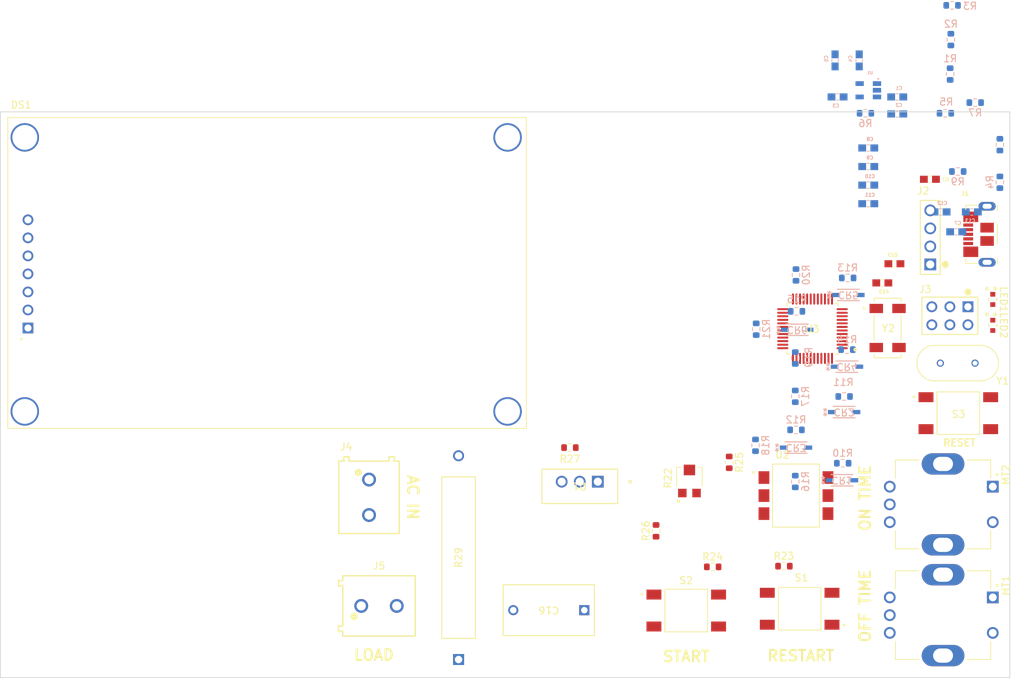
<source format=kicad_pcb>
(kicad_pcb (version 20221018) (generator pcbnew)
  (layers (0 "F.Cu" signal) (31 "B.Cu" signal) (34 "B.Paste" user) (35 "F.Paste" user) (36 "B.SilkS" user "B.Silkscreen") (37 "F.SilkS" user "F.Silkscreen") (38 "B.Mask" user) (39 "F.Mask" user) (44 "Edge.Cuts" user))
  (net 0 "")
  (net 1 "Net-(C1-Pad1)")
  (net 2 "Net-(J1-D+)")
  (net 3 "Net-(J1-D-)")
  (net 4 "PA12")
  (net 5 "PA11")
  (net 6 "Net-(U1-BP)")
  (net 7 "SWDIO")
  (net 9 "Net-(C10-Pad1)")
  (net 10 "Net-(C12-Pad1)")
  (net 11 "OSCIN")
  (net 16 "Net-(U1-GND)")
  (net 27 "Net-(C6-Pad2)")
  (net 28 "SWDCLK")
  (net 29 "Net-(J1-G)")
  (net 30 "+5V")
  (net 31 "Net-(J1-SHIELD-PadSH1)")
  (net 32 "PA5")
  (net 34 "Net-(CR1-Pad2)")
  (net 36 "OSCOUT")
  (net 38 "Net-(C14-Pad1)")
  (net 39 "PA6")
  (net 42 "Net-(CR2-Pad2)")
  (net 43 "RESET")
  (net 44 "Net-(C7-Pad2)")
  (net 45 "PA7")
  (net 46 "Net-(J3-Pad1)")
  (net 47 "Net-(J3-Pad3)")
  (net 48 "Net-(J3-Pad4)")
  (net 49 "Net-(CR3-Pad2)")
  (net 50 "Net-(LED1-Pad1)")
  (net 51 "PA2")
  (net 52 "Net-(LED2-Pad1)")
  (net 53 "BOOT0")
  (net 54 "BOOT1")
  (net 55 "PC13")
  (net 56 "Net-(R8-Pad1)")
  (net 57 "PC14")
  (net 58 "PC15")
  (net 61 "Net-(CR4-Pad2)")
  (net 62 "PA0")
  (net 63 "Net-(CR5-Pad2)")
  (net 64 "PA1")
  (net 65 "Net-(CR6-Pad2)")
  (net 66 "Net-(MT1-Pad1)")
  (net 67 "Net-(MT2-Pad1)")
  (net 68 "Net-(DS1-VO)")
  (net 69 "Net-(DS1-R{slash}~{W})")
  (net 70 "Net-(R23-Pad1)")
  (net 71 "Net-(R23-Pad2)")
  (net 72 "Net-(R24-Pad1)")
  (net 73 "Net-(R24-Pad2)")
  (net 74 "PA3")
  (net 75 "Net-(Q1-A2)")
  (net 76 "Net-(C16-Pad2)")
  (net 77 "Net-(J4-Pad2)")
  (net 78 "Net-(Q1-A1)")
  (net 79 "Net-(Q1-G)")
  (net 80 "PB7")
  (net 81 "Net-(R25-Pad2)")
  (net 82 "Net-(R26-Pad1)")
  (net 83 "Net-(U2-Pad2)")
  (footprint "150060GS75000:LED_150060GS75000_WRE" (layer "F.Cu") (at 256.5 64.2239 -90)
    (fp_text reference "LED1" (at 0 -1.524 -90 unlocked) (layer "F.SilkS"))
    (fp_text value "150060GS75000")
    (fp_text user "*" (at -1.524 0 -90 unlocked) (layer "F.SilkS"))
    (fp_text user "*" (at -1.524 0.508 -90) (layer "F.SilkS"))
    (pad "1" smd rect (at -0.7239 0 270) (size 0.6604 0.7112) (layers "F.Cu" "F.Paste" "F.Mask") (net 50 "Net-(LED1-Pad1)"))
    (pad "2" smd rect (at 0.7239 0 270) (size 0.6604 0.7112) (layers "F.Cu" "F.Paste" "F.Mask") (net 74 "PA3"))
  )
  (footprint "BTA10_600BRG:TO-220AB_STM" (layer "F.Cu") (at 200.9 89.9 180)
    (fp_text reference "Q1" (at 2.54 -0.65 180 unlocked) (layer "F.SilkS"))
    (fp_text value "BTA10-600BRG" hide)
    (pad "1" thru_hole rect (at 0 0 180) (size 1.651 1.651) (drill 1.143) (layers "*.Cu" "*.Mask") (net 78 "Net-(Q1-A1)"))
    (pad "2" thru_hole circle (at 2.54 -0.000001 180) (size 1.651 1.651) (drill 1.143) (layers "*.Cu" "*.Mask") (net 75 "Net-(Q1-A2)"))
    (pad "3" thru_hole circle (at 5.08 -0.000001 180) (size 1.651 1.651) (drill 1.143) (layers "*.Cu" "*.Mask") (net 79 "Net-(Q1-G)"))
  )
  (footprint "AOM12864A0-1.54WW-ANO:LCD_AOM12864A0-1.54WW-ANO" (layer "F.Cu") (at 117.842 82.4)
    (fp_text reference "DS1" (at 1.8796 -45.5676) (layer "F.SilkS"))
    (fp_text value "AOM12864A0-1.54WW-ANO")
    (pad "1" thru_hole rect (at 2.8448 -14.1478 90) (size 1.508 1.508) (drill 1) (layers "*.Cu" "*.Mask"))
    (pad "2" thru_hole circle (at 2.8448 -16.6878 90) (size 1.508 1.508) (drill 1) (layers "*.Cu" "*.Mask"))
    (pad "3" thru_hole circle (at 2.8448 -19.2278 90) (size 1.508 1.508) (drill 1) (layers "*.Cu" "*.Mask"))
    (pad "4" thru_hole circle (at 2.8448 -21.7678 90) (size 1.508 1.508) (drill 1) (layers "*.Cu" "*.Mask"))
    (pad "5" thru_hole circle (at 2.8448 -24.3078 90) (size 1.508 1.508) (drill 1) (layers "*.Cu" "*.Mask"))
    (pad "6" thru_hole circle (at 2.8448 -26.8478 90) (size 1.508 1.508) (drill 1) (layers "*.Cu" "*.Mask"))
    (pad "7" thru_hole circle (at 2.8448 -29.3878 90) (size 1.508 1.508) (drill 1) (layers "*.Cu" "*.Mask"))
    (pad "P1" thru_hole circle (at 2.4 -41) (size 4 4) (drill 3.5) (layers "*.Cu" "*.Mask"))
    (pad "P2" thru_hole circle (at 70.358 -41) (size 4 4) (drill 3.5) (layers "*.Cu" "*.Mask"))
    (pad "P3" thru_hole circle (at 2.4 -2.4) (size 4 4) (drill 3.5) (layers "*.Cu" "*.Mask"))
    (pad "P4" thru_hole circle (at 70.358 -2.4) (size 4 4) (drill 3.5) (layers "*.Cu" "*.Mask"))
  )
  (footprint "ABS25-32.768KHZ-6-4-T:XTAL_ABS25-32.768KHZ-6-4-T" (layer "F.Cu") (at 241.7 68.25)
    (fp_text reference "Y2" (at 0.1 0.05) (layer "F.SilkS"))
    (fp_text value "ABS25-32.768KHZ-6-4-T" hide)
    (pad "1" smd rect (at -1.6 -2.75) (size 1.9 1.3) (layers "F.Cu" "F.Paste" "F.Mask") (net 57 "PC14"))
    (pad "2" smd rect (at -1.6 2.75) (size 1.9 1.3) (layers "F.Cu" "F.Paste" "F.Mask"))
    (pad "3" smd rect (at 1.6 2.75) (size 1.9 1.3) (layers "F.Cu" "F.Paste" "F.Mask"))
    (pad "4" smd rect (at 1.6 -2.75) (size 1.9 1.3) (layers "F.Cu" "F.Paste" "F.Mask") (net 58 "PC15"))
  )
  (footprint "Resistor_SMD:R_0603_1608Metric" (layer "F.Cu") (at 217.075 101.9)
    (fp_text reference "R24" (at 0 -1.43) (layer "F.SilkS"))
    (fp_text value "220" hide)
    (pad "1" smd roundrect (at -0.825 0) (size 0.8 0.95) (layers "F.Cu" "F.Paste" "F.Mask") (net 72 "Net-(R24-Pad1)"))
    (pad "2" smd roundrect (at 0.825 0) (size 0.8 0.95) (layers "F.Cu" "F.Paste" "F.Mask") (net 73 "Net-(R24-Pad2)"))
  )
  (footprint "TC33X_2_102E:TRIM_TC33X-2-102E" (layer "F.Cu") (at 213.8 89.7 90)
    (fp_text reference "R22" (at 0.294315 -3.008465 90) (layer "F.SilkS") (effects (font (size 1.000165 1.000165))))
    (fp_text value "TC33X-2-102E" hide)
    (pad "1" smd rect (at -1.8 -1 90) (size 1.2 1.2) (layers "F.Cu" "F.Paste" "F.Mask") (net 30 "+5V"))
    (pad "2" smd rect (at 1.45 0) (size 1.6 1.5) (layers "F.Cu" "F.Paste" "F.Mask") (net 68 "Net-(DS1-VO)"))
    (pad "3" smd rect (at -1.8 1 90) (size 1.2 1.2) (layers "F.Cu" "F.Paste" "F.Mask") (net 69 "Net-(DS1-R{slash}~{W})"))
  )
  (footprint "Resistor_SMD:R_0603_1608Metric" (layer "F.Cu") (at 227.1 101.8)
    (fp_text reference "R23" (at 0 -1.43) (layer "F.SilkS"))
    (fp_text value "220" hide)
    (pad "1" smd roundrect (at -0.825 0) (size 0.8 0.95) (layers "F.Cu" "F.Paste" "F.Mask") (net 70 "Net-(R23-Pad1)"))
    (pad "2" smd roundrect (at 0.825 0) (size 0.8 0.95) (layers "F.Cu" "F.Paste" "F.Mask") (net 71 "Net-(R23-Pad2)"))
  )
  (footprint "LD03ZD475MAB2A:CAPC1608X90" (layer "F.Cu") (at 242.65 59.2)
    (fp_text reference "C15" (at -0.235808 -1.239253) (layer "F.SilkS") (effects (font (size 0.474067 0.474067))))
    (fp_text value "20p" hide)
    (pad "1" smd rect (at -0.85 0) (size 1.1 1) (layers "F.Cu" "F.Paste" "F.Mask") (net 38 "Net-(C14-Pad1)"))
    (pad "2" smd rect (at 0.85 0) (size 1.1 1) (layers "F.Cu" "F.Paste" "F.Mask") (net 58 "PC15"))
  )
  (footprint "PEC11R-4215F-S0024:XDCR_PEC11R-4215F-S0024" (layer "F.Cu") (at 249.5 93.1 -90)
    (fp_text reference "MT2" (at -4.175 -8.835 90) (layer "F.SilkS"))
    (fp_text value "PEC11R-4215F-S0024" hide)
    (pad "1" thru_hole rect (at -2.5 -7 270) (size 1.65 1.65) (drill 1.1) (layers "*.Cu" "*.Mask") (net 67 "Net-(MT2-Pad1)"))
    (pad "2" thru_hole circle (at 2.5 -7 270) (size 1.65 1.65) (drill 1.1) (layers "*.Cu" "*.Mask") (net 61 "Net-(CR4-Pad2)"))
    (pad "A" thru_hole circle (at -2.5 7.5 270) (size 1.65 1.65) (drill 1.1) (layers "*.Cu" "*.Mask") (net 63 "Net-(CR5-Pad2)"))
    (pad "B" thru_hole circle (at 2.5 7.5 270) (size 1.65 1.65) (drill 1.1) (layers "*.Cu" "*.Mask") (net 65 "Net-(CR6-Pad2)"))
    (pad "COM" thru_hole circle (at 0 7.5 270) (size 1.65 1.65) (drill 1.1) (layers "*.Cu" "*.Mask") (net 67 "Net-(MT2-Pad1)"))
    (pad "S1" thru_hole oval (at -5.7 0 270) (size 3 6) (drill oval 2 2.8) (layers "*.Cu" "*.Mask") (net 67 "Net-(MT2-Pad1)"))
    (pad "S2" thru_hole oval (at 5.7 0 270) (size 3 6) (drill oval 2 2.8) (layers "*.Cu" "*.Mask") (net 67 "Net-(MT2-Pad1)"))
  )
  (footprint "Resistor_SMD:R_0603_1608Metric" (layer "F.Cu") (at 219.4 87.175 -90)
    (fp_text reference "R25" (at 0 -1.43 90) (layer "F.SilkS"))
    (fp_text value "1K" hide)
    (pad "1" smd roundrect (at -0.825 0 270) (size 0.8 0.95) (layers "F.Cu" "F.Paste" "F.Mask") (net 80 "PB7"))
    (pad "2" smd roundrect (at 0.825 0 270) (size 0.8 0.95) (layers "F.Cu" "F.Paste" "F.Mask") (net 81 "Net-(R25-Pad2)"))
  )
  (footprint "691213710002:691213710002" (layer "F.Cu") (at 168.7 92.1 -90)
    (fp_text reference "J4" (at -7.1 3.2 -180) (layer "F.SilkS"))
    (fp_text value "691213710002" hide)
    (pad "1" thru_hole circle (at -2.5 0 270) (size 1.95 1.95) (drill 1.3) (layers "*.Cu" "*.Mask") (net 78 "Net-(Q1-A1)"))
    (pad "2" thru_hole circle (at 2.5 0 270) (size 1.95 1.95) (drill 1.3) (layers "*.Cu" "*.Mask") (net 77 "Net-(J4-Pad2)"))
  )
  (footprint "691213710002:691213710002" (layer "F.Cu") (at 170.1 107.4)
    (fp_text reference "J5" (at 0 -5.635) (layer "F.SilkS"))
    (fp_text value "691213710002" hide)
    (pad "1" thru_hole circle (at -2.5 0) (size 1.95 1.95) (drill 1.3) (layers "*.Cu" "*.Mask") (net 77 "Net-(J4-Pad2)"))
    (pad "2" thru_hole circle (at 2.5 0) (size 1.95 1.95) (drill 1.3) (layers "*.Cu" "*.Mask") (net 75 "Net-(Q1-A2)"))
  )
  (footprint "STM32F103C8T6:QFP50P900X900X160-48N" (layer "F.Cu") (at 231.12 68.35 180)
    (fp_text reference "U3" (at 0.02 -0.05) (layer "F.SilkS"))
    (fp_text value "STM32F103C8T6" hide)
    (pad "1" smd roundrect (at -4.18 -2.75 270) (size 0.28 1.56) (layers "F.Cu" "F.Paste" "F.Mask") (roundrect_rratio 0.39))
    (pad "2" smd roundrect (at -4.18 -2.25 270) (size 0.28 1.56) (layers "F.Cu" "F.Paste" "F.Mask") (roundrect_rratio 0.39) (net 55 "PC13"))
    (pad "3" smd roundrect (at -4.18 -1.75 270) (size 0.28 1.56) (layers "F.Cu" "F.Paste" "F.Mask") (roundrect_rratio 0.39) (net 57 "PC14"))
    (pad "4" smd roundrect (at -4.18 -1.25 270) (size 0.28 1.56) (layers "F.Cu" "F.Paste" "F.Mask") (roundrect_rratio 0.39) (net 58 "PC15"))
    (pad "5" smd roundrect (at -4.18 -0.75 270) (size 0.28 1.56) (layers "F.Cu" "F.Paste" "F.Mask") (roundrect_rratio 0.39) (net 11 "OSCIN"))
    (pad "6" smd roundrect (at -4.18 -0.25 270) (size 0.28 1.56) (layers "F.Cu" "F.Paste" "F.Mask") (roundrect_rratio 0.39) (net 36 "OSCOUT"))
    (pad "7" smd roundrect (at -4.18 0.25 270) (size 0.28 1.56) (layers "F.Cu" "F.Paste" "F.Mask") (roundrect_rratio 0.39) (net 43 "RESET"))
    (pad "8" smd roundrect (at -4.18 0.75 270) (size 0.28 1.56) (layers "F.Cu" "F.Paste" "F.Mask") (roundrect_rratio 0.39))
    (pad "9" smd roundrect (at -4.18 1.25 270) (size 0.28 1.56) (layers "F.Cu" "F.Paste" "F.Mask") (roundrect_rratio 0.39))
    (pad "10" smd roundrect (at -4.18 1.75 270) (size 0.28 1.56) (layers "F.Cu" "F.Paste" "F.Mask") (roundrect_rratio 0.39) (net 62 "PA0"))
    (pad "11" smd roundrect (at -4.18 2.25 270) (size 0.28 1.56) (layers "F.Cu" "F.Paste" "F.Mask") (roundrect_rratio 0.39) (net 64 "PA1"))
    (pad "12" smd roundrect (at -4.18 2.75 270) (size 0.28 1.56) (layers "F.Cu" "F.Paste" "F.Mask") (roundrect_rratio 0.39) (net 51 "PA2"))
    (pad "13" smd roundrect (at -2.75 4.18 180) (size 0.28 1.56) (layers "F.Cu" "F.Paste" "F.Mask") (roundrect_rratio 0.39) (net 74 "PA3"))
    (pad "14" smd roundrect (at -2.25 4.18 180) (size 0.28 1.56) (layers "F.Cu" "F.Paste" "F.Mask") (roundrect_rratio 0.39) (net 74 "PA3"))
    (pad "15" smd roundrect (at -1.75 4.18 180) (size 0.28 1.56) (layers "F.Cu" "F.Paste" "F.Mask") (roundrect_rratio 0.39) (net 32 "PA5"))
    (pad "16" smd roundrect (at -1.25 4.18 180) (size 0.28 1.56) (layers "F.Cu" "F.Paste" "F.Mask") (roundrect_rratio 0.39) (net 39 "PA6"))
    (pad "17" smd roundrect (at -0.75 4.18 180) (size 0.28 1.56) (layers "F.Cu" "F.Paste" "F.Mask") (roundrect_rratio 0.39) (net 45 "PA7"))
    (pad "18" smd roundrect (at -0.25 4.18 180) (size 0.28 1.56) (layers "F.Cu" "F.Paste" "F.Mask") (roundrect_rratio 0.39))
    (pad "19" smd roundrect (at 0.25 4.18 180) (size 0.28 1.56) (layers "F.Cu" "F.Paste" "F.Mask") (roundrect_rratio 0.39))
    (pad "20" smd roundrect (at 0.75 4.18 180) (size 0.28 1.56) (layers "F.Cu" "F.Paste" "F.Mask") (roundrect_rratio 0.39) (net 54 "BOOT1"))
    (pad "21" smd roundrect (at 1.25 4.18 180) (size 0.28 1.56) (layers "F.Cu" "F.Paste" "F.Mask") (roundrect_rratio 0.39))
    (pad "22" smd roundrect (at 1.75 4.18 180) (size 0.28 1.56) (layers "F.Cu" "F.Paste" "F.Mask") (roundrect_rratio 0.39))
    (pad "23" smd roundrect (at 2.25 4.18 180) (size 0.28 1.56) (layers "F.Cu" "F.Paste" "F.Mask") (roundrect_rratio 0.39))
    (pad "24" smd roundrect (at 2.75 4.18 180) (size 0.28 1.56) (layers "F.Cu" "F.Paste" "F.Mask") (roundrect_rratio 0.39) (net 74 "PA3"))
    (pad "25" smd roundrect (at 4.18 2.75 270) (size 0.28 1.56) (layers "F.Cu" "F.Paste" "F.Mask") (roundrect_rratio 0.39))
    (pad "26" smd roundrect (at 4.18 2.25 270) (size 0.28 1.56) (layers "F.Cu" "F.Paste" "F.Mask") (roundrect_rratio 0.39))
    (pad "27" smd roundrect (at 4.18 1.75 270) (size 0.28 1.56) (layers "F.Cu" "F.Paste" "F.Mask") (roundrect_rratio 0.39))
    (pad "28" smd roundrect (at 4.18 1.25 270) (size 0.28 1.56) (layers "F.Cu" "F.Paste" "F.Mask") (roundrect_rratio 0.39))
    (pad "29" smd roundrect (at 4.18 0.75 270) (size 0.28 1.56) (layers "F.Cu" "F.Paste" "F.Mask") (roundrect_rratio 0.39))
    (pad "30" smd roundrect (at 4.18 0.25 270) (size 0.28 1.56) (layers "F.Cu" "F.Paste" "F.Mask") (roundrect_rratio 0.39))
    (pad "31" smd roundrect (at 4.18 -0.25 270) (size 0.28 1.56) (layers "F.Cu" "F.Paste" "F.Mask") (roundrect_rratio 0.39))
    (pad "32" smd roundrect (at 4.18 -0.75 270) (size 0.28 1.56) (layers "F.Cu" "F.Paste" "F.Mask") (roundrect_rratio 0.39) (net 5 "PA11"))
    (pad "33" smd roundrect (at 4.18 -1.25 270) (size 0.28 1.56) (layers "F.Cu" "F.Paste" "F.Mask") (roundrect_rratio 0.39) (net 4 "PA12"))
    (pad "34" smd roundrect (at 4.18 -1.75 270) (size 0.28 1.56) (layers "F.Cu" "F.Paste" "F.Mask") (roundrect_rratio 0.39) (net 7 "SWDIO"))
    (pad "35" smd roundrect (at 4.18 -2.25 270) (size 0.28 1.56) (layers "F.Cu" "F.Paste" "F.Mask") (roundrect_rratio 0.39))
    (pad "36" smd roundrect (at 4.18 -2.75 270) (size 0.28 1.56) (layers "F.Cu" "F.Paste" "F.Mask") (roundrect_rratio 0.39) (net 74 "PA3"))
    (pad "37" smd roundrect (at 2.75 -4.18 180) (size 0.28 1.56) (layers "F.Cu" "F.Paste" "F.Mask") (roundrect_rratio 0.39) (net 28 "SWDCLK"))
    (pad "38" smd roundrect (at 2.25 -4.18 180) (size 0.28 1.56) (layers "F.Cu" "F.Paste" "F.Mask") (roundrect_rratio 0.39))
    (pad "39" smd roundrect (at 1.75 -4.18 180) (size 0.28 1.56) (layers "F.Cu" "F.Paste" "F.Mask") (roundrect_rratio 0.39))
    (pad "40" smd roundrect (at 1.25 -4.18 180) (size 0.28 1.56) (layers "F.Cu" "F.Paste" "F.Mask") (roundrect_rratio 0.39))
    (pad "41" smd roundrect (at 0.75 -4.18 180) (size 0.28 1.56) (layers "F.Cu" "F.Paste" "F.Mask") (roundrect_rratio 0.39))
    (pad "42" smd roundrect (at 0.25 -4.18 180) (size 0.28 1.56) (layers "F.Cu" "F.Paste" "F.Mask") (roundrect_rratio 0.39))
    (pad "43" smd roundrect (at -0.25 -4.18 180) (size 0.28 1.56) (layers "F.Cu" "F.Paste" "F.Mask") (roundrect_rratio 0.39) (net 80 "PB7"))
    (pad "44" smd roundrect (at -0.75 -4.18 180) (size 0.28 1.56) (layers "F.Cu" "F.Paste" "F.Mask") (roundrect_rratio 0.39) (net 53 "BOOT0"))
    (pad "45" smd roundrect (at -1.25 -4.18 180) (size 0.28 1.56) (layers "F.Cu" "F.Paste" "F.Mask") (roundrect_rratio 0.39))
    (pad "46" smd roundrect (at -1.75 -4.18 180) (size 0.28 1.56) (layers "F.Cu" "F.Paste" "F.Mask") (roundrect_rratio 0.39))
    (pad "47" smd roundrect (at -2.25 -4.18 180) (size 0.28 1.56) (layers "F.Cu" "F.Paste" "F.Mask") (roundrect_rratio 0.39))
    (pad "48" smd roundrect (at -2.75 -4.18 180) (size 0.28 1.56) (layers "F.Cu" "F.Paste" "F.Mask") (roundrect_rratio 0.39) (net 74 "PA3"))
  )
  (footprint "ECW_FD2J273KQ:CAP_ECWFD_FORMINGQ_12.6LX06.9TX09.9H_PAN" (layer "F.Cu") (at 199 108 180)
    (fp_text reference "C16" (at 5 0 180 unlocked) (layer "F.SilkS"))
    (fp_text value "ECW-FD2J273KQ")
    (pad "1" thru_hole rect (at 0 0 180) (size 1.4224 1.4224) (drill 0.9144) (layers "*.Cu" "*.Mask") (net 75 "Net-(Q1-A2)"))
    (pad "2" thru_hole circle (at 10 0 180) (size 1.4224 1.4224) (drill 0.9144) (layers "*.Cu" "*.Mask") (net 76 "Net-(C16-Pad2)"))
  )
  (footprint "PEC11R-4215F-S0024:XDCR_PEC11R-4215F-S0024" (layer "F.Cu") (at 249.5 108.7 -90)
    (fp_text reference "MT1" (at -4.175 -8.835 90) (layer "F.SilkS"))
    (fp_text value "PEC11R-4215F-S0024" hide)
    (pad "1" thru_hole rect (at -2.5 -7 270) (size 1.65 1.65) (drill 1.1) (layers "*.Cu" "*.Mask") (net 66 "Net-(MT1-Pad1)"))
    (pad "2" thru_hole circle (at 2.5 -7 270) (size 1.65 1.65) (drill 1.1) (layers "*.Cu" "*.Mask") (net 34 "Net-(CR1-Pad2)"))
    (pad "A" thru_hole circle (at -2.5 7.5 270) (size 1.65 1.65) (drill 1.1) (layers "*.Cu" "*.Mask") (net 42 "Net-(CR2-Pad2)"))
    (pad "B" thru_hole circle (at 2.5 7.5 270) (size 1.65 1.65) (drill 1.1) (layers "*.Cu" "*.Mask") (net 49 "Net-(CR3-Pad2)"))
    (pad "COM" thru_hole circle (at 0 7.5 270) (size 1.65 1.65) (drill 1.1) (layers "*.Cu" "*.Mask") (net 66 "Net-(MT1-Pad1)"))
    (pad "S1" thru_hole oval (at -5.7 0 270) (size 3 6) (drill oval 2 2.8) (layers "*.Cu" "*.Mask") (net 66 "Net-(MT1-Pad1)"))
    (pad "S2" thru_hole oval (at 5.7 0 270) (size 3 6) (drill oval 2 2.8) (layers "*.Cu" "*.Mask") (net 66 "Net-(MT1-Pad1)"))
  )
  (footprint "MOC3041SM:OPTO_MOC3041SM" (layer "F.Cu") (at 228.795 91.86)
    (fp_text reference "U2" (at -1.90658 -5.71976) (layer "F.SilkS") (effects (font (size 1.000835 1.000835))))
    (fp_text value "MOC3041SM" hide)
    (pad "1" smd rect (at -4.505 -2.54 90) (size 1.78 1.52) (layers "F.Cu" "F.Paste" "F.Mask") (net 81 "Net-(R25-Pad2)"))
    (pad "2" smd rect (at -4.505 0 90) (size 1.78 1.52) (layers "F.Cu" "F.Paste" "F.Mask") (net 83 "Net-(U2-Pad2)"))
    (pad "3" smd rect (at -4.505 2.54 90) (size 1.78 1.52) (layers "F.Cu" "F.Paste" "F.Mask"))
    (pad "4" smd rect (at 4.505 2.54 90) (size 1.78 1.52) (layers "F.Cu" "F.Paste" "F.Mask") (net 79 "Net-(Q1-G)"))
    (pad "5" smd rect (at 4.505 0 90) (size 1.78 1.52) (layers "F.Cu" "F.Paste" "F.Mask"))
    (pad "6" smd rect (at 4.505 -2.54 90) (size 1.78 1.52) (layers "F.Cu" "F.Paste" "F.Mask") (net 82 "Net-(R26-Pad1)"))
  )
  (footprint "OY390KE:RES_OY_OHM" (layer "F.Cu") (at 181.3 114.951 90)
    (fp_text reference "R29" (at 14.351 0 90 unlocked) (layer "F.SilkS"))
    (fp_text value "39")
    (pad "1" thru_hole rect (at 0 0 90) (size 1.5494 1.5494) (drill 1.0414) (layers "*.Cu" "*.Mask") (net 76 "Net-(C16-Pad2)"))
    (pad "2" thru_hole circle (at 28.702 0 90) (size 1.5494 1.5494) (drill 1.0414) (layers "*.Cu" "*.Mask") (net 78 "Net-(Q1-A1)"))
  )
  (footprint "61300411121:CONN_61300411121_WRE" (layer "F.Cu") (at 247.7 59.3 90)
    (fp_text reference "J2" (at 10.37 -1 unlocked) (layer "F.SilkS"))
    (fp_text value "61300411121" hide)
    (pad "1" thru_hole rect (at 0 0 90) (size 1.651 1.651) (drill 1.143) (layers "*.Cu" "*.Mask") (net 74 "PA3"))
    (pad "2" thru_hole circle (at 2.54 0 90) (size 1.651 1.651) (drill 1.143) (layers "*.Cu" "*.Mask") (net 7 "SWDIO"))
    (pad "3" thru_hole circle (at 5.08 0 90) (size 1.651 1.651) (drill 1.143) (layers "*.Cu" "*.Mask") (net 28 "SWDCLK"))
    (pad "4" thru_hole circle (at 7.62 0 90) (size 1.651 1.651) (drill 1.143) (layers "*.Cu" "*.Mask") (net 27 "Net-(C6-Pad2)"))
  )
  (footprint "150060GS75000:LED_150060GS75000_WRE" (layer "F.Cu") (at 256.5 67.8761 -90)
    (fp_text reference "LED2" (at 0 -1.524 -90 unlocked) (layer "F.SilkS"))
    (fp_text value "150060GS75000")
    (fp_text user "*" (at -1.524 0.508 -90) (layer "F.SilkS"))
    (fp_text user "*" (at -1.524 0 -90 unlocked) (layer "F.SilkS"))
    (pad "1" smd rect (at -0.7239 0 270) (size 0.6604 0.7112) (layers "F.Cu" "F.Paste" "F.Mask") (net 52 "Net-(LED2-Pad1)"))
    (pad "2" smd rect (at 0.7239 0 270) (size 0.6604 0.7112) (layers "F.Cu" "F.Paste" "F.Mask") (net 74 "PA3"))
  )
  (footprint "LD03ZD475MAB2A:CAPC1608X90" (layer "F.Cu") (at 240.95 61.9 180)
    (fp_text reference "C14" (at -0.235808 -1.239253) (layer "F.SilkS") (effects (font (size 0.474067 0.474067))))
    (fp_text value "20p" hide)
    (pad "1" smd rect (at -0.85 0 180) (size 1.1 1) (layers "F.Cu" "F.Paste" "F.Mask") (net 38 "Net-(C14-Pad1)"))
    (pad "2" smd rect (at 0.85 0 180) (size 1.1 1) (layers "F.Cu" "F.Paste" "F.Mask") (net 57 "PC14"))
  )
  (footprint "1571527-1:SW_1571527-1" (layer "F.Cu") (at 229.3125 107.8 180)
    (fp_text reference "S1" (at -0.25 4.35) (layer "F.SilkS"))
    (fp_text value "1571527-1" hide)
    (pad "1" smd rect (at -4.55 -2.25 180) (size 2.1 1.4) (layers "F.Cu" "F.Paste" "F.Mask") (net 71 "Net-(R23-Pad2)"))
    (pad "2" smd rect (at 4.55 -2.25 180) (size 2.1 1.4) (layers "F.Cu" "F.Paste" "F.Mask") (net 71 "Net-(R23-Pad2)"))
    (pad "3" smd rect (at -4.55 2.25 180) (size 2.1 1.4) (layers "F.Cu" "F.Paste" "F.Mask") (net 74 "PA3"))
    (pad "4" smd rect (at 4.55 2.25 180) (size 2.1 1.4) (layers "F.Cu" "F.Paste" "F.Mask") (net 74 "PA3"))
  )
  (footprint "PH2_06_UA:CONN_PH2-06-UA_ADM" (layer "F.Cu") (at 253 65.26 180)
    (fp_text reference "J3" (at 6 2.46 unlocked) (layer "F.SilkS"))
    (fp_text value "PH2-06-UA" hide)
    (pad "1" thru_hole rect (at 0 0 180) (size 1.524 1.524) (drill 1.016) (layers "*.Cu" "*.Mask") (net 46 "Net-(J3-Pad1)"))
    (pad "2" thru_hole circle (at 0 -2.54 180) (size 1.524 1.524) (drill 1.016) (layers "*.Cu" "*.Mask") (net 46 "Net-(J3-Pad1)"))
    (pad "3" thru_hole circle (at 2.54 0 180) (size 1.524 1.524) (drill 1.016) (layers "*.Cu" "*.Mask") (net 47 "Net-(J3-Pad3)"))
    (pad "4" thru_hole circle (at 2.54 -2.54 180) (size 1.524 1.524) (drill 1.016) (layers "*.Cu" "*.Mask") (net 48 "Net-(J3-Pad4)"))
    (pad "5" thru_hole circle (at 5.08 0 180) (size 1.524 1.524) (drill 1.016) (layers "*.Cu" "*.Mask") (net 74 "PA3"))
    (pad "6" thru_hole circle (at 5.08 -2.54 180) (size 1.524 1.524) (drill 1.016) (layers "*.Cu" "*.Mask") (net 74 "PA3"))
  )
  (footprint "105164-0001:MOLEX_105164-0001" (layer "F.Cu") (at 257.15 55.05 90)
    (fp_text reference "J1" (at 5.75 -4.55 180) (layer "F.SilkS") (effects (font (size 0.640183 0.640183))))
    (fp_text value "105164-0001" hide)
    (fp_line (start -4.9 0) (end -3.4 0) (stroke (width 0.01)) (layer "Edge.Cuts"))
    (fp_line (start -3.4 0) (end -2.825 -0.5) (stroke (width 0.01)) (layer "Edge.Cuts"))
    (fp_line (start -2.825 -1.15) (end -2.825 -0.5) (stroke (width 0.01)) (layer "Edge.Cuts"))
    (fp_line (start -1.925 -1.15) (end -1.925 -0.5) (stroke (width 0.01)) (layer "Edge.Cuts"))
    (fp_line (start -1.3 0) (end -1.925 -0.5) (stroke (width 0.01)) (layer "Edge.Cuts"))
    (fp_line (start 0 0) (end -1.3 0) (stroke (width 0.01)) (layer "Edge.Cuts"))
    (fp_line (start 0 0) (end 1.3 0) (stroke (width 0.01)) (layer "Edge.Cuts"))
    (fp_line (start 1.3 0) (end 1.925 -0.5) (stroke (width 0.01)) (layer "Edge.Cuts"))
    (fp_line (start 1.925 -1.15) (end 1.925 -0.5) (stroke (width 0.01)) (layer "Edge.Cuts"))
    (fp_line (start 2.825 -1.15) (end 2.825 -0.5) (stroke (width 0.01)) (layer "Edge.Cuts"))
    (fp_line (start 3.4 0) (end 2.825 -0.5) (stroke (width 0.01)) (layer "Edge.Cuts"))
    (fp_line (start 4.9 0) (end 3.4 0) (stroke (width 0.01)) (layer "Edge.Cuts"))
    (fp_arc (start -2.825 -1.15) (mid -2.375 -1.6) (end -1.925 -1.15) (stroke (width 0.01)) (layer "Edge.Cuts"))
    (fp_arc (start 1.925 -1.15) (mid 2.375 -1.6) (end 2.825 -1.15) (stroke (width 0.01)) (layer "Edge.Cuts"))
    (pad "1" smd rect (at 1.3 -4.11 180) (size 1.38 0.45) (layers "F.Cu" "F.Paste" "F.Mask") (net 29 "Net-(J1-G)"))
    (pad "2" smd rect (at 0.65 -4.11 180) (size 1.38 0.45) (layers "F.Cu" "F.Paste" "F.Mask") (net 29 "Net-(J1-G)"))
    (pad "3" smd rect (at 0 -4.11 180) (size 1.38 0.45) (layers "F.Cu" "F.Paste" "F.Mask") (net 2 "Net-(J1-D+)"))
    (pad "4" smd rect (at -0.65 -4.11 180) (size 1.38 0.45) (layers "F.Cu" "F.Paste" "F.Mask") (net 3 "Net-(J1-D-)"))
    (pad "5" smd rect (at -1.3 -4.11 180) (size 1.38 0.45) (layers "F.Cu" "F.Paste" "F.Mask") (net 30 "+5V"))
    (pad "SH1" thru_hole oval (at -3.95 -1.45 90) (size 1.208 2.416) (drill oval 0.7 1.3) (layers "*.Cu" "*.Mask") (net 31 "Net-(J1-SHIELD-PadSH1)"))
    (pad "SH2" smd rect (at -2.4625 -3.75 180) (size 2.1 1.475) (layers "F.Cu" "F.Paste" "F.Mask") (net 31 "Net-(J1-SHIELD-PadSH1)"))
    (pad "SH3" smd rect (at -0.9375 -1.45 180) (size 1.9 1.375) (layers "F.Cu" "F.Paste" "F.Mask") (net 31 "Net-(J1-SHIELD-PadSH1)"))
    (pad "SH4" smd rect (at 0.9375 -1.45 180) (size 1.9 1.375) (layers "F.Cu" "F.Paste" "F.Mask") (net 31 "Net-(J1-SHIELD-PadSH1)"))
    (pad "SH5" smd rect (at 2.4625 -3.75 180) (size 2.1 1.475) (layers "F.Cu" "F.Paste" "F.Mask") (net 31 "Net-(J1-SHIELD-PadSH1)"))
    (pad "SH6" thru_hole oval (at 3.95 -1.45 90) (size 1.208 2.416) (drill oval 0.7 1.3) (layers "*.Cu" "*.Mask") (net 31 "Net-(J1-SHIELD-PadSH1)"))
  )
  (footprint "1571527-1:SW_1571527-1" (layer "F.Cu") (at 213.35 108.05)
    (fp_text reference "S2" (at -0.025 -4.235) (layer "F.SilkS"))
    (fp_text value "1571527-1" hide)
    (pad "1" smd rect (at -4.55 -2.25) (size 2.1 1.4) (layers "F.Cu" "F.Paste" "F.Mask") (net 73 "Net-(R24-Pad2)"))
    (pad "2" smd rect (at 4.55 -2.25) (size 2.1 1.4) (layers "F.Cu" "F.Paste" "F.Mask") (net 73 "Net-(R24-Pad2)"))
    (pad "3" smd rect (at -4.55 2.25) (size 2.1 1.4) (layers "F.Cu" "F.Paste" "F.Mask") (net 74 "PA3"))
    (pad "4" smd rect (at 4.55 2.25) (size 2.1 1.4) (layers "F.Cu" "F.Paste" "F.Mask") (net 74 "PA3"))
  )
  (footprint "1571527-1:SW_1571527-1" (layer "F.Cu") (at 251.65 80.25)
    (fp_text reference "S3" (at 0.05 0.15) (layer "F.SilkS"))
    (fp_text value "1571527-1" hide)
    (pad "1" smd rect (at -4.55 -2.25) (size 2.1 1.4) (layers "F.Cu" "F.Paste" "F.Mask") (net 44 "Net-(C7-Pad2)"))
    (pad "2" smd rect (at 4.55 -2.25) (size 2.1 1.4) (layers "F.Cu" "F.Paste" "F.Mask") (net 43 "RESET"))
    (pad "3" smd rect (at -4.55 2.25) (size 2.1 1.4) (layers "F.Cu" "F.Paste" "F.Mask") (net 44 "Net-(C7-Pad2)"))
    (pad "4" smd rect (at 4.55 2.25) (size 2.1 1.4) (layers "F.Cu" "F.Paste" "F.Mask") (net 43 "RESET"))
  )
  (footprint "Resistor_SMD:R_0603_1608Metric" (layer "F.Cu") (at 209.1 96.825 90)
    (fp_text reference "R26" (at 0 -1.43 90) (layer "F.SilkS"))
    (fp_text value "360" hide)
    (pad "1" smd roundrect (at -0.825 0 90) (size 0.8 0.95) (layers "F.Cu" "F.Paste" "F.Mask") (net 82 "Net-(R26-Pad1)"))
    (pad "2" smd roundrect (at 0.825 0 90) (size 0.8 0.95) (layers "F.Cu" "F.Paste" "F.Mask") (net 78 "Net-(Q1-A1)"))
  )
  (footprint "LD03ZD475MAB2A:CAPC1608X90" (layer "F.Cu") (at 247.65 47.3)
    (fp_text reference "C6" (at 2.25 0) (layer "F.SilkS") (effects (font (size 0.474067 0.474067) (thickness 0.1))))
    (fp_text value "104" hide)
    (pad "1" smd rect (at -0.85 0) (size 1.1 1) (layers "F.Cu" "F.Paste" "F.Mask") (net 74 "PA3"))
    (pad "2" smd rect (at 0.85 0) (size 1.1 1) (layers "F.Cu" "F.Paste" "F.Mask") (net 27 "Net-(C6-Pad2)"))
  )
  (footprint "Resistor_SMD:R_0603_1608Metric" (layer "F.Cu") (at 196.975 85.1 180)
    (fp_text reference "R27" (at 0 -1.6) (layer "F.SilkS"))
    (fp_text value "330" hide)
    (pad "1" smd roundrect (at -0.825 0 180) (size 0.8 0.95) (layers "F.Cu" "F.Paste" "F.Mask") (net 75 "Net-(Q1-A2)"))
    (pad "2" smd roundrect (at 0.825 0 180) (size 0.8 0.95) (layers "F.Cu" "F.Paste" "F.Mask") (net 79 "Net-(Q1-G)"))
  )
  (footprint "ABL-8.000MHZ-B2:XTAL_HC49P488W46L1150T500H350" (layer "F.Cu") (at 251.56 73.2)
    (fp_text reference "Y1" (at 6.34 2.5) (layer "F.SilkS"))
    (fp_text value "ABL-8.000MHZ-B2" hide)
    (pad "1" thru_hole circle (at -2.44 0) (size 1.007 1.007) (drill 0.657) (layers "*.Cu" "*.Mask") (net 11 "OSCIN"))
    (pad "2" thru_hole circle (at 2.44 0) (size 1.007 1.007) (drill 0.657) (layers "*.Cu" "*.Mask") (net 36 "OSCOUT"))
  )
  (footprint "Resistor_SMD:R_0603_1608Metric" (layer "B.Cu") (at 235.575 77.9 180)
    (fp_text reference "R11" (at 0.12 2) (layer "B.SilkS") (effects (justify mirror)))
    (fp_text value "10K" hide)
    (pad "1" smd roundrect (at -0.825 0 180) (size 0.8 0.95) (layers "B.Cu" "B.Paste" "B.Mask") (net 42 "Net-(CR2-Pad2)"))
    (pad "2" smd roundrect (at 0.825 0 180) (size 0.8 0.95) (layers "B.Cu" "B.Paste" "B.Mask") (net 39 "PA6"))
  )
  (footprint "Resistor_SMD:R_0603_1608Metric" (layer "B.Cu") (at 257.5 47.725 90)
    (fp_text reference "R4" (at 0.025 -1.4 270) (layer "B.SilkS") (effects (justify mirror)))
    (fp_text value "10K" hide)
    (pad "1" smd roundrect (at -0.825 0 90) (size 0.8 0.95) (layers "B.Cu" "B.Paste" "B.Mask") (net 43 "RESET"))
    (pad "2" smd roundrect (at 0.825 0 90) (size 0.8 0.95) (layers "B.Cu" "B.Paste" "B.Mask") (net 74 "PA3"))
  )
  (footprint "1N4148W_13_F:SOD123_DIO" (layer "B.Cu") (at 235.575 80.1)
    (fp_text reference "CR2" (at 0 0 180 unlocked) (layer "B.SilkS") (effects (justify mirror)))
    (fp_text value "1N4148W-13-F")
    (fp_text user "*" (at -2.6616 0 180) (layer "B.SilkS") (effects (justify mirror)))
    (fp_text user "*" (at -2.6616 0 180 unlocked) (layer "B.SilkS") (effects (justify mirror)))
    (pad "1" smd rect (at -1.725 0) (size 1.1112 0.6008) (layers "B.Cu" "B.Paste" "B.Mask") (net 39 "PA6"))
    (pad "2" smd rect (at 1.725 0) (size 1.1112 0.6008) (layers "B.Cu" "B.Paste" "B.Mask") (net 42 "Net-(CR2-Pad2)"))
  )
  (footprint "Resistor_SMD:R_0603_1608Metric" (layer "B.Cu") (at 249.825 38)
    (fp_text reference "R5" (at 0.125 -1.6 180) (layer "B.SilkS") (effects (justify mirror)))
    (fp_text value "100K" hide)
    (pad "1" smd roundrect (at -0.825 0) (size 0.8 0.95) (layers "B.Cu" "B.Paste" "B.Mask") (net 53 "BOOT0"))
    (pad "2" smd roundrect (at 0.825 0) (size 0.8 0.95) (layers "B.Cu" "B.Paste" "B.Mask") (net 47 "Net-(J3-Pad3)"))
  )
  (footprint "1N4148W_13_F:SOD123_DIO" (layer "B.Cu") (at 235.975 73.7)
    (fp_text reference "CR4" (at 0 0 180 unlocked) (layer "B.SilkS") (effects (justify mirror)))
    (fp_text value "1N4148W-13-F")
    (fp_text user "*" (at -2.6616 0 180 unlocked) (layer "B.SilkS") (effects (justify mirror)))
    (fp_text user "*" (at -2.6616 0 180) (layer "B.SilkS") (effects (justify mirror)))
    (pad "1" smd rect (at -1.725 0) (size 1.1112 0.6008) (layers "B.Cu" "B.Paste" "B.Mask") (net 51 "PA2"))
    (pad "2" smd rect (at 1.725 0) (size 1.1112 0.6008) (layers "B.Cu" "B.Paste" "B.Mask") (net 61 "Net-(CR4-Pad2)"))
  )
  (footprint "LD03ZD475MAB2A:CAPC1608X90" (layer "B.Cu") (at 237.7 30.55 -90)
    (fp_text reference "C4" (at -0.235808 1.239253 90) (layer "B.SilkS") (effects (font (size 0.474067 0.474067) (thickness 0.1)) (justify mirror)))
    (fp_text value "106" hide)
    (pad "1" smd rect (at -0.85 0 270) (size 1.1 1) (layers "B.Cu" "B.Paste" "B.Mask") (net 16 "Net-(U1-GND)"))
    (pad "2" smd rect (at 0.85 0 270) (size 1.1 1) (layers "B.Cu" "B.Paste" "B.Mask") (net 74 "PA3"))
  )
  (footprint "Resistor_SMD:R_0603_1608Metric" (layer "B.Cu") (at 228.7 89.875 90)
    (fp_text reference "R16" (at 0 1.43 90) (layer "B.SilkS") (effects (justify mirror)))
    (fp_text value "10K" hide)
    (pad "1" smd roundrect (at -0.825 0 90) (size 0.8 0.95) (layers "B.Cu" "B.Paste" "B.Mask") (net 34 "Net-(CR1-Pad2)"))
    (pad "2" smd roundrect (at 0.825 0 90) (size 0.8 0.95) (layers "B.Cu" "B.Paste" "B.Mask") (net 74 "PA3"))
  )
  (footprint "Resistor_SMD:R_0603_1608Metric" (layer "B.Cu") (at 236.075 61.2 180)
    (fp_text reference "R13" (at 0 1.43) (layer "B.SilkS") (effects (justify mirror)))
    (fp_text value "10K" hide)
    (pad "1" smd roundrect (at -0.825 0 180) (size 0.8 0.95) (layers "B.Cu" "B.Paste" "B.Mask") (net 63 "Net-(CR5-Pad2)"))
    (pad "2" smd roundrect (at 0.825 0 180) (size 0.8 0.95) (layers "B.Cu" "B.Paste" "B.Mask") (net 62 "PA0"))
  )
  (footprint "LD03ZD475MAB2A:CAPC1608X90" (layer "B.Cu") (at 238.97 48.1232 180)
    (fp_text reference "C10" (at -0.235808 1.239253) (layer "B.SilkS") (effects (font (size 0.474067 0.474067)) (justify mirror)))
    (fp_text value "104" hide)
    (pad "1" smd rect (at -0.85 0 180) (size 1.1 1) (layers "B.Cu" "B.Paste" "B.Mask") (net 9 "Net-(C10-Pad1)"))
    (pad "2" smd rect (at 0.85 0 180) (size 1.1 1) (layers "B.Cu" "B.Paste" "B.Mask") (net 74 "PA3"))
  )
  (footprint "Resistor_SMD:R_0603_1608Metric" (layer "B.Cu") (at 250.6 27.625 90)
    (fp_text reference "R2" (at 2.2 0 180) (layer "B.SilkS") (effects (justify mirror)))
    (fp_text value "20R" hide)
    (pad "1" smd roundrect (at -0.825 0 90) (size 0.8 0.95) (layers "B.Cu" "B.Paste" "B.Mask") (net 2 "Net-(J1-D+)"))
    (pad "2" smd roundrect (at 0.825 0 90) (size 0.8 0.95) (layers "B.Cu" "B.Paste" "B.Mask") (net 4 "PA12"))
  )
  (footprint "Resistor_SMD:R_0603_1608Metric" (layer "B.Cu") (at 235.375 87.3 180)
    (fp_text reference "R10" (at 0 1.43) (layer "B.SilkS") (effects (justify mirror)))
    (fp_text value "10K" hide)
    (pad "1" smd roundrect (at -0.825 0 180) (size 0.8 0.95) (layers "B.Cu" "B.Paste" "B.Mask") (net 34 "Net-(CR1-Pad2)"))
    (pad "2" smd roundrect (at 0.825 0 180) (size 0.8 0.95) (layers "B.Cu" "B.Paste" "B.Mask") (net 32 "PA5"))
  )
  (footprint "1N4148W_13_F:SOD123_DIO" (layer "B.Cu") (at 228.8 85.1)
    (fp_text reference "CR3" (at 0 0 180 unlocked) (layer "B.SilkS") (effects (justify mirror)))
    (fp_text value "1N4148W-13-F")
    (fp_text user "*" (at -2.6616 0 180 unlocked) (layer "B.SilkS") (effects (justify mirror)))
    (fp_text user "*" (at -2.6616 0 180) (layer "B.SilkS") (effects (justify mirror)))
    (pad "1" smd rect (at -1.725 0) (size 1.1112 0.6008) (layers "B.Cu" "B.Paste" "B.Mask") (net 45 "PA7"))
    (pad "2" smd rect (at 1.725 0) (size 1.1112 0.6008) (layers "B.Cu" "B.Paste" "B.Mask") (net 49 "Net-(CR3-Pad2)"))
  )
  (footprint "1N4148W_13_F:SOD123_DIO" (layer "B.Cu") (at 235.275 89.7)
    (fp_text reference "CR1" (at 0 0 180 unlocked) (layer "B.SilkS") (effects (justify mirror)))
    (fp_text value "1N4148W-13-F")
    (fp_text user "*" (at -2.6616 0 180 unlocked) (layer "B.SilkS") (effects (justify mirror)))
    (fp_text user "*" (at -2.6616 0 180) (layer "B.SilkS") (effects (justify mirror)))
    (pad "1" smd rect (at -1.725 0) (size 1.1112 0.6008) (layers "B.Cu" "B.Paste" "B.Mask") (net 32 "PA5"))
    (pad "2" smd rect (at 1.725 0) (size 1.1112 0.6008) (layers "B.Cu" "B.Paste" "B.Mask") (net 34 "Net-(CR1-Pad2)"))
  )
  (footprint "LD03ZD475MAB2A:CAPC1608X90" (layer "B.Cu") (at 238.97 45.5064 180)
    (fp_text reference "C9" (at -0.235808 1.239253) (layer "B.SilkS") (effects (font (size 0.474067 0.474067)) (justify mirror)))
    (fp_text value "104" hide)
    (pad "1" smd rect (at -0.85 0 180) (size 1.1 1) (layers "B.Cu" "B.Paste" "B.Mask") (net 9 "Net-(C10-Pad1)"))
    (pad "2" smd rect (at 0.85 0 180) (size 1.1 1) (layers "B.Cu" "B.Paste" "B.Mask") (net 74 "PA3"))
  )
  (footprint "LD03ZD475MAB2A:CAPC1608X90" (layer "B.Cu") (at 253.55 51.9)
    (fp_text reference "C13" (at -0.235808 1.239253) (layer "B.SilkS") (effects (font (size 0.474067 0.474067)) (justify mirror)))
    (fp_text value "20p" hide)
    (pad "1" smd rect (at -0.85 0) (size 1.1 1) (layers "B.Cu" "B.Paste" "B.Mask") (net 10 "Net-(C12-Pad1)"))
    (pad "2" smd rect (at 0.85 0) (size 1.1 1) (layers "B.Cu" "B.Paste" "B.Mask") (net 36 "OSCOUT"))
  )
  (footprint "Resistor_SMD:R_0603_1608Metric" (layer "B.Cu") (at 235.975 71.3 180)
    (fp_text reference "R14" (at 0 1.43) (layer "B.SilkS") (effects (justify mirror)))
    (fp_text value "10K" hide)
    (pad "1" smd roundrect (at -0.825 0 180) (size 0.8 0.95) (layers "B.Cu" "B.Paste" "B.Mask") (net 61 "Net-(CR4-Pad2)"))
    (pad "2" smd roundrect (at 0.825 0 180) (size 0.8 0.95) (layers "B.Cu" "B.Paste" "B.Mask") (net 51 "PA2"))
  )
  (footprint "Resistor_SMD:R_0603_1608Metric" (layer "B.Cu") (at 250.5 32.475 -90)
    (fp_text reference "R1" (at -2.175 0 -180) (layer "B.SilkS") (effects (justify mirror)))
    (fp_text value "20R" hide)
    (pad "1" smd roundrect (at -0.825 0 270) (size 0.8 0.95) (layers "B.Cu" "B.Paste" "B.Mask") (net 3 "Net-(J1-D-)"))
    (pad "2" smd roundrect (at 0.825 0 270) (size 0.8 0.95) (layers "B.Cu" "B.Paste" "B.Mask") (net 5 "PA11"))
  )
  (footprint "LD03ZD475MAB2A:CAPC1608X90" (layer "B.Cu") (at 234.3 30.55 -90)
    (fp_text reference "C5" (at -0.235808 1.239253 -270) (layer "B.SilkS") (effects (font (size 0.474067 0.474067) (thickness 0.1)) (justify mirror)))
    (fp_text value "104" hide)
    (pad "1" smd rect (at -0.85 0 270) (size 1.1 1) (layers "B.Cu" "B.Paste" "B.Mask") (net 16 "Net-(U1-GND)"))
    (pad "2" smd rect (at 0.85 0 270) (size 1.1 1) (layers "B.Cu" "B.Paste" "B.Mask") (net 74 "PA3"))
  )
  (footprint "1N4148W_13_F:SOD123_DIO" (layer "B.Cu") (at 236.175 63.6)
    (fp_text reference "CR5" (at 0 0 180 unlocked) (layer "B.SilkS") (effects (justify mirror)))
    (fp_text value "1N4148W-13-F")
    (fp_text user "*" (at -2.6616 0 180) (layer "B.SilkS") (effects (justify mirror)))
    (fp_text user "*" (at -2.6616 0 180 unlocked) (layer "B.SilkS") (effects (justify mirror)))
    (pad "1" smd rect (at -1.725 0) (size 1.1112 0.6008) (layers "B.Cu" "B.Paste" "B.Mask") (net 62 "PA0"))
    (pad "2" smd rect (at 1.725 0) (size 1.1112 0.6008) (layers "B.Cu" "B.Paste" "B.Mask") (net 63 "Net-(CR5-Pad2)"))
  )
  (footprint "Resistor_SMD:R_0603_1608Metric" (layer "B.Cu") (at 228.8 60.775 90)
    (fp_text reference "R20" (at 0 1.43 90) (layer "B.SilkS") (effects (justify mirror)))
    (fp_text value "10K" hide)
    (pad "1" smd roundrect (at -0.825 0 90) (size 0.8 0.95) (layers "B.Cu" "B.Paste" "B.Mask") (net 63 "Net-(CR5-Pad2)"))
    (pad "2" smd roundrect (at 0.825 0 90) (size 0.8 0.95) (layers "B.Cu" "B.Paste" "B.Mask") (net 74 "PA3"))
  )
  (footprint "Resistor_SMD:R_0603_1608Metric" (layer "B.Cu") (at 251.575 46.2)
    (fp_text reference "R9" (at 0 1.43) (layer "B.SilkS") (effects (justify mirror)))
    (fp_text value "20R" hide)
    (pad "1" smd roundrect (at -0.825 0) (size 0.8 0.95) (layers "B.Cu" "B.Paste" "B.Mask") (net 11 "OSCIN"))
    (pad "2" smd roundrect (at 0.825 0) (size 0.8 0.95) (layers "B.Cu" "B.Paste" "B.Mask") (net 36 "OSCOUT"))
  )
  (footprint "LD03ZD475MAB2A:CAPC1608X90" (layer "B.Cu") (at 249.15 51.9 180)
    (fp_text reference "C12" (at -0.235808 1.239253) (layer "B.SilkS") (effects (font (size 0.474067 0.474067)) (justify mirror)))
    (fp_text value "20p" hide)
    (pad "1" smd rect (at -0.85 0 180) (size 1.1 1) (layers "B.Cu" "B.Paste" "B.Mask") (net 10 "Net-(C12-Pad1)"))
    (pad "2" smd rect (at 0.85 0 180) (size 1.1 1) (layers "B.Cu" "B.Paste" "B.Mask") (net 11 "OSCIN"))
  )
  (footprint "Resistor_SMD:R_0603_1608Metric" (layer "B.Cu") (at 228.8 82.6 180)
    (fp_text reference "R12" (at 0 1.43) (layer "B.SilkS") (effects (justify mirror)))
    (fp_text value "10K" hide)
    (pad "1" smd roundrect (at -0.825 0 180) (size 0.8 0.95) (layers "B.Cu" "B.Paste" "B.Mask") (net 49 "Net-(CR3-Pad2)"))
    (pad "2" smd roundrect (at 0.825 0 180) (size 0.8 0.95) (layers "B.Cu" "B.Paste" "B.Mask") (net 45 "PA7"))
  )
  (footprint "LD03ZD475MAB2A:CAPC1608X90" (layer "B.Cu") (at 243.05 38.1 180)
    (fp_text reference "C2" (at -0.235808 1.239253) (layer "B.SilkS") (effects (font (size 0.474067 0.474067) (thickness 0.1)) (justify mirror)))
    (fp_text value "104" hide)
    (pad "1" smd rect (at -0.85 0 180) (size 1.1 1) (layers "B.Cu" "B.Paste" "B.Mask") (net 1 "Net-(C1-Pad1)"))
    (pad "2" smd rect (at 0.85 0 180) (size 1.1 1) (layers "B.Cu" "B.Paste" "B.Mask") (net 30 "+5V"))
  )
  (footprint "Resistor_SMD:R_0603_1608Metric" (layer "B.Cu") (at 223.2 68.425 90)
    (fp_text reference "R21" (at 0 1.43 90) (layer "B.SilkS") (effects (justify mirror)))
    (fp_text value "10K" hide)
    (pad "1" smd roundrect (at -0.825 0 90) (size 0.8 0.95) (layers "B.Cu" "B.Paste" "B.Mask") (net 65 "Net-(CR6-Pad2)"))
    (pad "2" smd roundrect (at 0.825 0 90) (size 0.8 0.95) (layers "B.Cu" "B.Paste" "B.Mask") (net 74 "PA3"))
  )
  (footprint "1N4148W_13_F:SOD123_DIO" (layer "B.Cu") (at 228.975 68.5)
    (fp_text reference "CR6" (at 0 0 180 unlocked) (layer "B.SilkS") (effects (justify mirror)))
    (fp_text value "1N4148W-13-F")
    (fp_text user "*" (at -2.6616 0 180) (layer "B.SilkS") (effects (justify mirror)))
    (fp_text user "*" (at -2.6616 0 180 unlocked) (layer "B.SilkS") (effects (justify mirror)))
    (pad "1" smd rect (at -1.725 0) (size 1.1112 0.6008) (layers "B.Cu" "B.Paste" "B.Mask") (net 64 "PA1"))
    (pad "2" smd rect (at 1.725 0) (size 1.1112 0.6008) (layers "B.Cu" "B.Paste" "B.Mask") (net 65 "Net-(CR6-Pad2)"))
  )
  (footprint "Resistor_SMD:R_0603_1608Metric" (layer "B.Cu") (at 257.5 42.425 -90)
    (fp_text reference "R8" hide)
    (fp_text value "100K" hide)
    (pad "1" smd roundrect (at -0.825 0 270) (size 0.8 0.95) (layers "B.Cu" "B.Paste" "B.Mask") (net 56 "Net-(R8-Pad1)"))
    (pad "2" smd roundrect (at 0.825 0 270) (size 0.8 0.95) (layers "B.Cu" "B.Paste" "B.Mask") (net 52 "Net-(LED2-Pad1)"))
  )
  (footprint "LD03ZD475MAB2A:CAPC1608X90" (layer "B.Cu") (at 234.65 35.7)
    (fp_text reference "C3" (at -0.235808 1.239253) (layer "B.SilkS") (effects (font (size 0.474067 0.474067) (thickness 0.1)) (justify mirror)))
    (fp_text value "223" hide)
    (pad "1" smd rect (at -0.85 0) (size 1.1 1) (layers "B.Cu" "B.Paste" "B.Mask") (net 16 "Net-(U1-GND)"))
    (pad "2" smd rect (at 0.85 0) (size 1.1 1) (layers "B.Cu" "B.Paste" "B.Mask") (net 6 "Net-(U1-BP)"))
  )
  (footprint "RT9193_33GB:SOT94P279X129-5N" (layer "B.Cu") (at 238.98 34.76 180)
    (fp_text reference "U1" (at -0.250735 2.457239) (layer "B.SilkS") (effects (font (size 0.394865 0.394865)) (justify mirror)))
    (fp_text value "RT9193-33GB" hide)
    (pad "1" smd roundrect (at -1.22 0.94 270) (size 0.67 1.17) (layers "B.Cu" "B.Paste" "B.Mask") (roundrect_rratio 0.07) (net 30 "+5V"))
    (pad "2" smd roundrect (at -1.22 0 270) (size 0.67 1.17) (layers "B.Cu" "B.Paste" "B.Mask") (roundrect_rratio 0.07) (net 16 "Net-(U1-GND)"))
    (pad "3" smd roundrect (at -1.22 -0.94 270) (size 0.67 1.17) (layers "B.Cu" "B.Paste" "B.Mask") (roundrect_rratio 0.07) (net 30 "+5V"))
    (pad "4" smd roundrect (at 1.22 -0.94 270) (size 0.67 1.17) (layers "B.Cu" "B.Paste" "B.Mask") (roundrect_rratio 0.07) (net 6 "Net-(U1-BP)"))
    (pad "5" smd roundrect (at 1.22 0.94 270) (size 0.67 1.17) (layers "B.Cu" "B.Paste" "B.Mask") (roundrect_rratio 0.07) (net 74 "PA3"))
  )
  (footprint "LD03ZD475MAB2A:CAPC1608X90" (layer "B.Cu") (at 238.97 50.74 180)
    (fp_text reference "C11" (at -0.235808 1.239253) (layer "B.SilkS") (effects (font (size 0.474067 0.474067)) (justify mirror)))
    (fp_text value "104" hide)
    (pad "1" smd rect (at -0.85 0 180) (size 1.1 1) (layers "B.Cu" "B.Paste" "B.Mask") (net 9 "Net-(C10-Pad1)"))
    (pad "2" smd rect (at 0.85 0 180) (size 1.1 1) (layers "B.Cu" "B.Paste" "B.Mask") (net 74 "PA3"))
  )
  (footprint "Resistor_SMD:R_0603_1608Metric" (layer "B.Cu") (at 254.025 36.5)
    (fp_text reference "R7" (at 0 1.43) (layer "B.SilkS") (effects (justify mirror)))
    (fp_text value "100K" hide)
    (pad "1" smd roundrect (at -0.825 0) (size 0.8 0.95) (layers "B.Cu" "B.Paste" "B.Mask") (net 55 "PC13"))
    (pad "2" smd roundrect (at 0.825 0) (size 0.8 0.95) (layers "B.Cu" "B.Paste" "B.Mask") (net 50 "Net-(LED1-Pad1)"))
  )
  (footprint "LD03ZD475MAB2A:CAPC1608X90" (layer "B.Cu") (at 238.97 42.8896 180)
    (fp_text reference "C8" (at -0.235808 1.239253) (layer "B.SilkS") (effects (font (size 0.474067 0.474067)) (justify mirror)))
    (fp_text value "104" hide)
    (pad "1" smd rect (at -0.85 0 180) (size 1.1 1) (layers "B.Cu" "B.Paste" "B.Mask") (net 9 "Net-(C10-Pad1)"))
    (pad "2" smd rect (at 0.85 0 180) (size 1.1 1) (layers "B.Cu" "B.Paste" "B.Mask") (net 74 "PA3"))
  )
  (footprint "Resistor_SMD:R_0603_1608Metric" (layer "B.Cu") (at 223.1 84.775 90)
    (fp_text reference "R18" (at 0 1.43 90) (layer "B.SilkS") (effects (justify mirror)))
    (fp_text value "10K" hide)
    (pad "1" smd roundrect (at -0.825 0 90) (size 0.8 0.95) (layers "B.Cu" "B.Paste" "B.Mask") (net 49 "Net-(CR3-Pad2)"))
    (pad "2" smd roundrect (at 0.825 0 90) (size 0.8 0.95) (layers "B.Cu" "B.Paste" "B.Mask") (net 74 "PA3"))
  )
  (footprint "Resistor_SMD:R_0603_1608Metric" (layer "B.Cu") (at 250.775 22.8 180)
    (fp_text reference "R3" (at -2.525 -0.1 180) (layer "B.SilkS") (effects (justify mirror)))
    (fp_text value "20R" hide)
    (pad "1" smd roundrect (at -0.825 0 180) (size 0.8 0.95) (layers "B.Cu" "B.Paste" "B.Mask") (net 30 "+5V"))
    (pad "2" smd roundrect (at 0.825 0 180) (size 0.8 0.95) (layers "B.Cu" "B.Paste" "B.Mask") (net 4 "PA12"))
  )
  (footprint "Resistor_SMD:R_0603_1608Metric" (layer "B.Cu") (at 228.7 77.875 90)
    (fp_text reference "R17" (at 0 1.43 90) (layer "B.SilkS") (effects (justify mirror)))
    (fp_text value "10K" hide)
    (pad "1" smd roundrect (at -0.825 0 90) (size 0.8 0.95) (layers "B.Cu" "B.Paste" "B.Mask") (net 42 "Net-(CR2-Pad2)"))
    (pad "2" smd roundrect (at 0.825 0 90) (size 0.8 0.95) (layers "B.Cu" "B.Paste" "B.Mask") (net 74 "PA3"))
  )
  (footprint "Resistor_SMD:R_0603_1608Metric" (layer "B.Cu") (at 228.875 65.9 180)
    (fp_text reference "R15" (at -0.09 1.7) (layer "B.SilkS") (effects (justify mirror)))
    (fp_text value "10K" hide)
    (pad "1" smd roundrect (at -0.825 0 180) (size 0.8 0.95) (layers "B.Cu" "B.Paste" "B.Mask") (net 65 "Net-(CR6-Pad2)"))
    (pad "2" smd roundrect (at 0.825 0 180) (size 0.8 0.95) (layers "B.Cu" "B.Paste" "B.Mask") (net 64 "PA1"))
  )
  (footprint "LD03ZD475MAB2A:CAPC1608X90" (layer "B.Cu") (at 243.05 35.7 180)
    (fp_text reference "C1" (at -0.235808 1.239253) (layer "B.SilkS") (effects (font (size 0.474067 0.474067) (thickness 0.1)) (justify mirror)))
    (fp_text value "105" hide)
    (pad "1" smd rect (at -0.85 0 180) (size 1.1 1) (layers "B.Cu" "B.Paste" "B.Mask") (net 1 "Net-(C1-Pad1)"))
    (pad "2" smd rect (at 0.85 0 180) (size 1.1 1) (layers "B.Cu" "B.Paste" "B.Mask") (net 30 "+5V"))
  )
  (footprint "Resistor_SMD:R_0603_1608Metric" (layer "B.Cu") (at 238.575 38)
    (fp_text reference "R6" (at 0 1.43) (layer "B.SilkS") (effects (justify mirror)))
    (fp_text value "100K" hide)
    (pad "1" smd roundrect (at -0.825 0) (size 0.8 0.95) (layers "B.Cu" "B.Paste" "B.Mask") (net 54 "BOOT1"))
    (pad "2" smd roundrect (at 0.825 0) (size 0.8 0.95) (layers "B.Cu" "B.Paste" "B.Mask") (net 48 "Net-(J3-Pad4)"))
  )
  (footprint "LD03ZD475MAB2A:CAPC1608X90" (layer "B.Cu") (at 251.35 54.7 180)
    (fp_text reference "C7" (at -0.235808 1.239253) (layer "B.SilkS") (effects (font (size 0.474067 0.474067) (thickness 0.1)) (justify mirror)))
    (fp_text value "105" hide)
    (pad "1" smd rect (at -0.85 0 180) (size 1.1 1) (layers "B.Cu" "B.Paste" "B.Mask") (net 43 "RESET"))
    (pad "2" smd rect (at 0.85 0 180) (size 1.1 1) (layers "B.Cu" "B.Paste" "B.Mask") (net 44 "Net-(C7-Pad2)"))
  )
  (footprint "Resistor_SMD:R_0603_1608Metric" (layer "B.Cu") (at 228.7 72.475 90)
    (fp_text reference "R19" (at 0.1 1.9 90) (layer "B.SilkS") (effects (justify mirror)))
    (fp_text value "10K" hide)
    (pad "1" smd roundrect (at -0.825 0 90) (size 0.8 0.95) (layers "B.Cu" "B.Paste" "B.Mask") (net 61 "Net-(CR4-Pad2)"))
    (pad "2" smd roundrect (at 0.825 0 90) (size 0.8 0.95) (layers "B.Cu" "B.Paste" "B.Mask") (net 74 "PA3"))
  )
  (gr_rect (start 116.8 37.8) (end 258.9 117.5) (stroke (width 0.1)) (fill none) (layer "Edge.Cuts"))
  (gr_text "RESET" (at 249.4 85) (layer "F.SilkS") (effects (font (size 1 1) (thickness 0.2) bold) (justify left bottom)))
  (gr_text "LOAD" (at 166.4 115.2) (layer "F.SilkS") (effects (font (size 1.5 1.5) (thickness 0.3) bold) (justify left bottom)))
  (gr_text "AC IN" (at 174 88.8 270) (layer "F.SilkS") (effects (font (size 1.5 1.5) (thickness 0.3) bold) (justify left bottom)))
  (gr_text "ON TIME" (at 239.4 97 90) (layer "F.SilkS") (effects (font (size 1.5 1.5) (thickness 0.3) bold) (justify left bottom)))
  (gr_text "START" (at 209.9 115.4) (layer "F.SilkS") (effects (font (size 1.5 1.5) (thickness 0.3) bold) (justify left bottom)))
  (gr_text "OFF TIME" (at 239.4 112.7 90) (layer "F.SilkS") (effects (font (size 1.5 1.5) (thickness 0.3) bold) (justify left bottom)))
  (gr_text "RESTART" (at 224.6 115.3) (layer "F.SilkS") (effects (font (size 1.5 1.5) (thickness 0.3) bold) (justify left bottom)))
)
</source>
